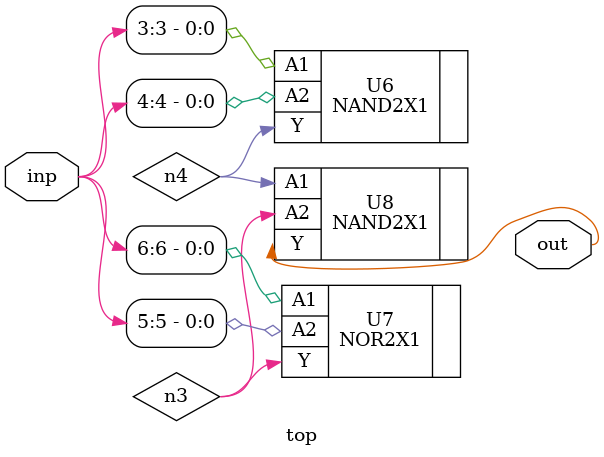
<source format=sv>


module top ( inp, out );
  input [6:0] inp;
  output out;
  wire   n3, n4;

  NAND2X1 U6 ( .A1(inp[3]), .A2(inp[4]), .Y(n4) );
  NOR2X1 U7 ( .A1(inp[6]), .A2(inp[5]), .Y(n3) );
  NAND2X1 U8 ( .A1(n4), .A2(n3), .Y(out) );
endmodule


</source>
